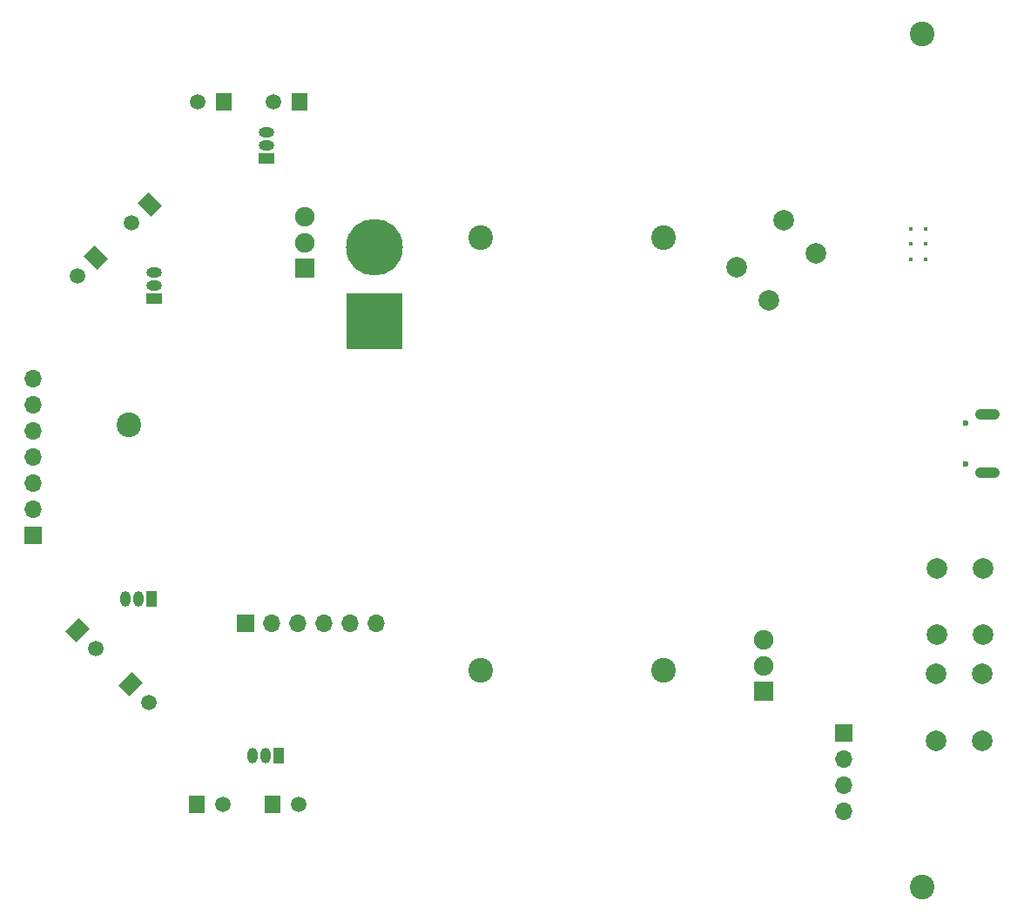
<source format=gbs>
G04 #@! TF.GenerationSoftware,KiCad,Pcbnew,7.0.1*
G04 #@! TF.CreationDate,2023-06-08T13:00:16-05:00*
G04 #@! TF.ProjectId,Micromouse-kicad,4d696372-6f6d-46f7-9573-652d6b696361,rev?*
G04 #@! TF.SameCoordinates,Original*
G04 #@! TF.FileFunction,Soldermask,Bot*
G04 #@! TF.FilePolarity,Negative*
%FSLAX46Y46*%
G04 Gerber Fmt 4.6, Leading zero omitted, Abs format (unit mm)*
G04 Created by KiCad (PCBNEW 7.0.1) date 2023-06-08 13:00:16*
%MOMM*%
%LPD*%
G01*
G04 APERTURE LIST*
G04 Aperture macros list*
%AMRotRect*
0 Rectangle, with rotation*
0 The origin of the aperture is its center*
0 $1 length*
0 $2 width*
0 $3 Rotation angle, in degrees counterclockwise*
0 Add horizontal line*
21,1,$1,$2,0,0,$3*%
G04 Aperture macros list end*
%ADD10C,2.400000*%
%ADD11C,2.000000*%
%ADD12R,1.000000X1.500000*%
%ADD13O,1.000000X1.500000*%
%ADD14O,2.400000X1.100000*%
%ADD15C,0.600000*%
%ADD16C,0.380000*%
%ADD17R,1.500000X1.000000*%
%ADD18O,1.500000X1.000000*%
%ADD19R,1.500000X1.800000*%
%ADD20C,1.500000*%
%ADD21R,5.516000X5.516000*%
%ADD22C,5.516000*%
%ADD23R,1.900000X1.900000*%
%ADD24C,1.900000*%
%ADD25R,1.700000X1.700000*%
%ADD26O,1.700000X1.700000*%
%ADD27RotRect,1.500000X1.800000X225.000000*%
%ADD28RotRect,1.500000X1.800000X315.000000*%
G04 APERTURE END LIST*
D10*
X109575600Y-99822000D03*
X186690000Y-61772800D03*
X186690000Y-144729200D03*
D11*
X188148400Y-120242400D03*
X188148400Y-113742400D03*
X192648400Y-120242400D03*
X192648400Y-113742400D03*
D12*
X111770236Y-116733164D03*
D13*
X110500236Y-116733164D03*
X109230236Y-116733164D03*
D14*
X193041000Y-98775000D03*
X193041000Y-104425000D03*
D15*
X190941000Y-99600000D03*
X190941000Y-103600000D03*
D16*
X185590400Y-83714600D03*
X187090400Y-83714600D03*
X185590400Y-82214600D03*
X187090400Y-82214600D03*
X185590400Y-80714600D03*
X187090400Y-80714600D03*
D17*
X123000000Y-73870000D03*
D18*
X123000000Y-72600000D03*
X123000000Y-71330000D03*
D19*
X116210900Y-136754900D03*
D20*
X118750900Y-136754900D03*
D19*
X123576900Y-136754900D03*
D20*
X126116900Y-136754900D03*
D17*
X112052000Y-87536000D03*
D18*
X112052000Y-86266000D03*
X112052000Y-84996000D03*
D21*
X133477000Y-89749500D03*
D22*
X133477000Y-82549500D03*
D23*
X171348400Y-125722400D03*
D24*
X171348400Y-123222400D03*
X171348400Y-120722400D03*
D10*
X143774000Y-123661000D03*
X161534000Y-123661000D03*
D25*
X120929000Y-119101000D03*
D26*
X123469000Y-119101000D03*
X126009000Y-119101000D03*
X128549000Y-119101000D03*
X131089000Y-119101000D03*
X133629000Y-119101000D03*
D27*
X111599199Y-78345975D03*
D20*
X109803148Y-80142026D03*
D27*
X106390651Y-83554523D03*
D20*
X104594600Y-85350575D03*
D26*
X100279200Y-95326200D03*
X100279200Y-97866200D03*
X100279200Y-100406200D03*
X100279200Y-102946200D03*
X100279200Y-105486200D03*
X100279200Y-108026200D03*
D25*
X100279200Y-110566200D03*
D11*
X188097600Y-130504000D03*
X188097600Y-124004000D03*
X192597600Y-130504000D03*
X192597600Y-124004000D03*
D23*
X126695200Y-84574400D03*
D24*
X126695200Y-82074400D03*
X126695200Y-79574400D03*
D11*
X168650000Y-84500000D03*
X173246194Y-79903806D03*
X171831981Y-87681981D03*
X176428175Y-83085786D03*
D19*
X118779500Y-68387500D03*
D20*
X116239500Y-68387500D03*
D19*
X126145500Y-68387500D03*
D20*
X123605500Y-68387500D03*
D10*
X143774000Y-81571000D03*
X161534000Y-81571000D03*
D28*
X109781577Y-125003349D03*
D20*
X111577629Y-126799400D03*
D28*
X104573029Y-119794801D03*
D20*
X106369080Y-121590852D03*
D12*
X124136500Y-131953000D03*
D13*
X122866500Y-131953000D03*
X121596500Y-131953000D03*
D25*
X179120800Y-129794000D03*
D26*
X179120800Y-132334000D03*
X179120800Y-134874000D03*
X179120800Y-137414000D03*
M02*

</source>
